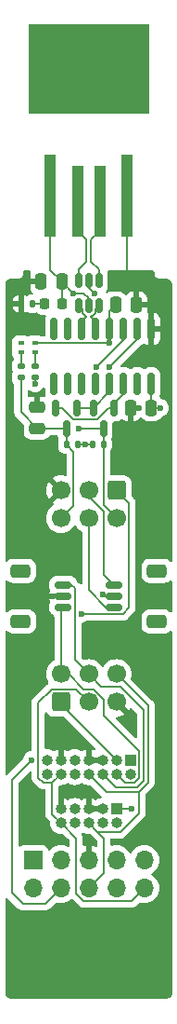
<source format=gtl>
G04 #@! TF.GenerationSoftware,KiCad,Pcbnew,7.0.10*
G04 #@! TF.CreationDate,2024-01-06T05:40:09+01:00*
G04 #@! TF.ProjectId,universal-tc2030,756e6976-6572-4736-916c-2d7463323033,rev?*
G04 #@! TF.SameCoordinates,Original*
G04 #@! TF.FileFunction,Copper,L1,Top*
G04 #@! TF.FilePolarity,Positive*
%FSLAX46Y46*%
G04 Gerber Fmt 4.6, Leading zero omitted, Abs format (unit mm)*
G04 Created by KiCad (PCBNEW 7.0.10) date 2024-01-06 05:40:09*
%MOMM*%
%LPD*%
G01*
G04 APERTURE LIST*
G04 Aperture macros list*
%AMRoundRect*
0 Rectangle with rounded corners*
0 $1 Rounding radius*
0 $2 $3 $4 $5 $6 $7 $8 $9 X,Y pos of 4 corners*
0 Add a 4 corners polygon primitive as box body*
4,1,4,$2,$3,$4,$5,$6,$7,$8,$9,$2,$3,0*
0 Add four circle primitives for the rounded corners*
1,1,$1+$1,$2,$3*
1,1,$1+$1,$4,$5*
1,1,$1+$1,$6,$7*
1,1,$1+$1,$8,$9*
0 Add four rect primitives between the rounded corners*
20,1,$1+$1,$2,$3,$4,$5,0*
20,1,$1+$1,$4,$5,$6,$7,0*
20,1,$1+$1,$6,$7,$8,$9,0*
20,1,$1+$1,$8,$9,$2,$3,0*%
G04 Aperture macros list end*
G04 #@! TA.AperFunction,ComponentPad*
%ADD10R,1.700000X1.700000*%
G04 #@! TD*
G04 #@! TA.AperFunction,ComponentPad*
%ADD11O,1.700000X1.700000*%
G04 #@! TD*
G04 #@! TA.AperFunction,SMDPad,CuDef*
%ADD12RoundRect,0.150000X-0.150000X0.825000X-0.150000X-0.825000X0.150000X-0.825000X0.150000X0.825000X0*%
G04 #@! TD*
G04 #@! TA.AperFunction,SMDPad,CuDef*
%ADD13RoundRect,0.150000X-0.150000X0.587500X-0.150000X-0.587500X0.150000X-0.587500X0.150000X0.587500X0*%
G04 #@! TD*
G04 #@! TA.AperFunction,SMDPad,CuDef*
%ADD14RoundRect,0.135000X-0.135000X-0.185000X0.135000X-0.185000X0.135000X0.185000X-0.135000X0.185000X0*%
G04 #@! TD*
G04 #@! TA.AperFunction,SMDPad,CuDef*
%ADD15RoundRect,0.250000X0.250000X0.475000X-0.250000X0.475000X-0.250000X-0.475000X0.250000X-0.475000X0*%
G04 #@! TD*
G04 #@! TA.AperFunction,ComponentPad*
%ADD16R,1.000000X1.000000*%
G04 #@! TD*
G04 #@! TA.AperFunction,ComponentPad*
%ADD17O,1.000000X1.000000*%
G04 #@! TD*
G04 #@! TA.AperFunction,SMDPad,CuDef*
%ADD18R,0.600000X0.400000*%
G04 #@! TD*
G04 #@! TA.AperFunction,SMDPad,CuDef*
%ADD19RoundRect,0.135000X0.185000X-0.135000X0.185000X0.135000X-0.185000X0.135000X-0.185000X-0.135000X0*%
G04 #@! TD*
G04 #@! TA.AperFunction,SMDPad,CuDef*
%ADD20RoundRect,0.218750X-0.218750X-0.256250X0.218750X-0.256250X0.218750X0.256250X-0.218750X0.256250X0*%
G04 #@! TD*
G04 #@! TA.AperFunction,ComponentPad*
%ADD21RoundRect,0.250000X0.600000X-0.600000X0.600000X0.600000X-0.600000X0.600000X-0.600000X-0.600000X0*%
G04 #@! TD*
G04 #@! TA.AperFunction,ComponentPad*
%ADD22C,1.700000*%
G04 #@! TD*
G04 #@! TA.AperFunction,SMDPad,CuDef*
%ADD23RoundRect,0.150000X-0.625000X0.150000X-0.625000X-0.150000X0.625000X-0.150000X0.625000X0.150000X0*%
G04 #@! TD*
G04 #@! TA.AperFunction,SMDPad,CuDef*
%ADD24RoundRect,0.250000X-0.650000X0.350000X-0.650000X-0.350000X0.650000X-0.350000X0.650000X0.350000X0*%
G04 #@! TD*
G04 #@! TA.AperFunction,SMDPad,CuDef*
%ADD25RoundRect,0.135000X0.135000X0.185000X-0.135000X0.185000X-0.135000X-0.185000X0.135000X-0.185000X0*%
G04 #@! TD*
G04 #@! TA.AperFunction,ConnectorPad*
%ADD26R,1.000000X7.410000*%
G04 #@! TD*
G04 #@! TA.AperFunction,ConnectorPad*
%ADD27R,1.000000X6.410000*%
G04 #@! TD*
G04 #@! TA.AperFunction,ComponentPad*
%ADD28RoundRect,0.250000X-0.600000X0.600000X-0.600000X-0.600000X0.600000X-0.600000X0.600000X0.600000X0*%
G04 #@! TD*
G04 #@! TA.AperFunction,SMDPad,CuDef*
%ADD29RoundRect,0.150000X-0.150000X0.512500X-0.150000X-0.512500X0.150000X-0.512500X0.150000X0.512500X0*%
G04 #@! TD*
G04 #@! TA.AperFunction,SMDPad,CuDef*
%ADD30RoundRect,0.250000X0.475000X-0.250000X0.475000X0.250000X-0.475000X0.250000X-0.475000X-0.250000X0*%
G04 #@! TD*
G04 #@! TA.AperFunction,SMDPad,CuDef*
%ADD31RoundRect,0.250000X-0.250000X-0.475000X0.250000X-0.475000X0.250000X0.475000X-0.250000X0.475000X0*%
G04 #@! TD*
G04 #@! TA.AperFunction,SMDPad,CuDef*
%ADD32RoundRect,0.150000X0.625000X-0.150000X0.625000X0.150000X-0.625000X0.150000X-0.625000X-0.150000X0*%
G04 #@! TD*
G04 #@! TA.AperFunction,SMDPad,CuDef*
%ADD33RoundRect,0.250000X0.650000X-0.350000X0.650000X0.350000X-0.650000X0.350000X-0.650000X-0.350000X0*%
G04 #@! TD*
G04 #@! TA.AperFunction,ViaPad*
%ADD34C,0.600000*%
G04 #@! TD*
G04 #@! TA.AperFunction,Conductor*
%ADD35C,0.200000*%
G04 #@! TD*
G04 APERTURE END LIST*
G04 #@! TA.AperFunction,NonConductor*
G36*
X144500000Y-39350000D02*
G01*
X155500000Y-39350000D01*
X155500000Y-47500000D01*
X144500000Y-47500000D01*
X144500000Y-39350000D01*
G37*
G04 #@! TD.AperFunction*
D10*
X144920000Y-115330000D03*
D11*
X144920000Y-117870000D03*
X147460000Y-115330000D03*
X147460000Y-117870000D03*
X150000000Y-115330000D03*
X150000000Y-117870000D03*
X152540000Y-115330000D03*
X152540000Y-117870000D03*
X155080000Y-115330000D03*
X155080000Y-117870000D03*
D12*
X155715000Y-67075000D03*
X154445000Y-67075000D03*
X153175000Y-67075000D03*
X151905000Y-67075000D03*
X150635000Y-67075000D03*
X149365000Y-67075000D03*
X148095000Y-67075000D03*
X146825000Y-67075000D03*
X146825000Y-72025000D03*
X148095000Y-72025000D03*
X149365000Y-72025000D03*
X150635000Y-72025000D03*
X151905000Y-72025000D03*
X153175000Y-72025000D03*
X154445000Y-72025000D03*
X155715000Y-72025000D03*
D13*
X152315000Y-74232500D03*
X150415000Y-74232500D03*
X151365000Y-76107500D03*
D14*
X150345000Y-77560000D03*
X151365000Y-77560000D03*
D15*
X155715000Y-74230000D03*
X153815000Y-74230000D03*
D13*
X148915000Y-74232500D03*
X147015000Y-74232500D03*
X147965000Y-76107500D03*
D16*
X153810000Y-106230000D03*
D17*
X153810000Y-107500000D03*
X152540000Y-106230000D03*
X152540000Y-107500000D03*
X151270000Y-106230000D03*
X151270000Y-107500000D03*
X150000000Y-106230000D03*
X150000000Y-107500000D03*
X148730000Y-106230000D03*
X148730000Y-107500000D03*
X147460000Y-106230000D03*
X147460000Y-107500000D03*
X146190000Y-106230000D03*
X146190000Y-107500000D03*
D18*
X143800000Y-68350000D03*
X145100000Y-68350000D03*
X145100000Y-69150000D03*
X143800000Y-69150000D03*
D19*
X145100000Y-71440000D03*
X145100000Y-70420000D03*
D20*
X145975000Y-64780000D03*
X147550000Y-64780000D03*
D21*
X147460000Y-100950000D03*
D22*
X147460000Y-98410000D03*
X150000000Y-100950000D03*
X150000000Y-98410000D03*
X152540000Y-100950000D03*
X152540000Y-98410000D03*
D23*
X147655000Y-90330000D03*
X147655000Y-91330000D03*
X147655000Y-92330000D03*
D24*
X143780000Y-89030000D03*
X143780000Y-93630000D03*
D25*
X148985000Y-77560000D03*
X147965000Y-77560000D03*
D16*
X152540000Y-110680000D03*
D17*
X152540000Y-111950000D03*
X151270000Y-110680000D03*
X151270000Y-111950000D03*
X150000000Y-110680000D03*
X150000000Y-111950000D03*
X148730000Y-110680000D03*
X148730000Y-111950000D03*
X147460000Y-110680000D03*
X147460000Y-111950000D03*
D26*
X146500000Y-54945000D03*
D27*
X149000000Y-55445000D03*
X151000000Y-55445000D03*
D26*
X153500000Y-54945000D03*
D25*
X144862500Y-64780000D03*
X143842500Y-64780000D03*
D19*
X143800000Y-71440000D03*
X143800000Y-70420000D03*
D28*
X152540000Y-81710000D03*
D22*
X152540000Y-84250000D03*
X150000000Y-81710000D03*
X150000000Y-84250000D03*
X147460000Y-81710000D03*
X147460000Y-84250000D03*
D29*
X150950000Y-62662500D03*
X150000000Y-62662500D03*
X149050000Y-62662500D03*
X149050000Y-64937500D03*
X150000000Y-64937500D03*
X150950000Y-64937500D03*
D30*
X145285000Y-76107500D03*
X145285000Y-74207500D03*
D31*
X152450000Y-64870000D03*
X154350000Y-64870000D03*
D32*
X152345000Y-92330000D03*
X152345000Y-91330000D03*
X152345000Y-90330000D03*
D33*
X156220000Y-93630000D03*
X156220000Y-89030000D03*
D15*
X147550000Y-62730000D03*
X145650000Y-62730000D03*
D34*
X150500000Y-44425000D03*
X149500000Y-40425000D03*
X150500000Y-46425000D03*
X145500000Y-41425000D03*
X152500000Y-40425000D03*
X149500000Y-44425000D03*
X153500000Y-42425000D03*
X153500000Y-46425000D03*
X153500000Y-44425000D03*
X147500000Y-44425000D03*
X150500000Y-41425000D03*
X153500000Y-43425000D03*
X148500000Y-46425000D03*
X151500000Y-45425000D03*
X152500000Y-46425000D03*
X154500000Y-42425000D03*
X153500000Y-40425000D03*
X149500000Y-43425000D03*
X146500000Y-44425000D03*
X153500000Y-45425000D03*
X154500000Y-41425000D03*
X150500000Y-45425000D03*
X148500000Y-40425000D03*
X149500000Y-46425000D03*
X149500000Y-42425000D03*
X154500000Y-44425000D03*
X147500000Y-45425000D03*
X145500000Y-46425000D03*
X154500000Y-45425000D03*
X148500000Y-42425000D03*
X154500000Y-43425000D03*
X147500000Y-40425000D03*
X145500000Y-43425000D03*
X152500000Y-43425000D03*
X146500000Y-42425000D03*
X152500000Y-41425000D03*
X146500000Y-41425000D03*
X146500000Y-46425000D03*
X152500000Y-42425000D03*
X154500000Y-46425000D03*
X145500000Y-44425000D03*
X146500000Y-43425000D03*
X148500000Y-43425000D03*
X145500000Y-40425000D03*
X149500000Y-45425000D03*
X151500000Y-41425000D03*
X151500000Y-42425000D03*
X148500000Y-41425000D03*
X146500000Y-45425000D03*
X147500000Y-43425000D03*
X152500000Y-44425000D03*
X154500000Y-40425000D03*
X148500000Y-44425000D03*
X151500000Y-44425000D03*
X147500000Y-41425000D03*
X153500000Y-41425000D03*
X148500000Y-45425000D03*
X147500000Y-46425000D03*
X150500000Y-43425000D03*
X147500000Y-42425000D03*
X151500000Y-40425000D03*
X149500000Y-41425000D03*
X146500000Y-40425000D03*
X150500000Y-40425000D03*
X151500000Y-43425000D03*
X145500000Y-42425000D03*
X152500000Y-45425000D03*
X145500000Y-45425000D03*
X150500000Y-42425000D03*
X151500000Y-46425000D03*
X156515000Y-74230000D03*
X148620000Y-63800000D03*
X151294265Y-91205735D03*
X150635000Y-109400000D03*
X153500000Y-62050000D03*
X144400000Y-108000000D03*
X144850000Y-62730000D03*
X150500000Y-63800000D03*
X148000000Y-113600000D03*
X149700000Y-113500000D03*
X153500000Y-51540000D03*
X145285000Y-73407500D03*
X146200000Y-111900000D03*
X154615000Y-74230000D03*
X149665000Y-77560000D03*
X151905000Y-68350000D03*
X149365000Y-92930000D03*
X153940000Y-110680000D03*
X150660000Y-70550000D03*
X145100000Y-72010000D03*
X149065000Y-76107500D03*
X151860000Y-70550000D03*
X144790000Y-106230000D03*
D35*
X145285000Y-76107500D02*
X147965000Y-76107500D01*
X143800000Y-71440000D02*
X143800000Y-74622500D01*
X143800000Y-74622500D02*
X145285000Y-76107500D01*
X150000000Y-64275001D02*
X149524999Y-63800000D01*
X149524999Y-63800000D02*
X148620000Y-63800000D01*
X155715000Y-74230000D02*
X155715000Y-72025000D01*
X147550000Y-62730000D02*
X147550000Y-64780000D01*
X147550000Y-62730000D02*
X148620000Y-63800000D01*
X150000000Y-64937500D02*
X150000000Y-64275001D01*
X146500000Y-54945000D02*
X146500000Y-61680000D01*
X146500000Y-61680000D02*
X147550000Y-62730000D01*
X156515000Y-74230000D02*
X155715000Y-74230000D01*
X151418530Y-91330000D02*
X151294265Y-91205735D01*
X145285000Y-74207500D02*
X145285000Y-73407500D01*
X154615000Y-74230000D02*
X153815000Y-74230000D01*
X150000000Y-62662500D02*
X150000000Y-63300000D01*
X150000000Y-63300000D02*
X150500000Y-63800000D01*
X153500000Y-54945000D02*
X153500000Y-62050000D01*
X144850000Y-62730000D02*
X145650000Y-62730000D01*
X152345000Y-91330000D02*
X151418530Y-91330000D01*
X151905000Y-68350000D02*
X151905000Y-67075000D01*
X149665000Y-77560000D02*
X150345000Y-77560000D01*
X145100000Y-68350000D02*
X151905000Y-68350000D01*
X151905000Y-65415000D02*
X152450000Y-64870000D01*
X148985000Y-77560000D02*
X149665000Y-77560000D01*
X151905000Y-67075000D02*
X151905000Y-65415000D01*
X148610000Y-78205000D02*
X148610000Y-83100000D01*
X147965000Y-76107500D02*
X147965000Y-77560000D01*
X148610000Y-83100000D02*
X147460000Y-84250000D01*
X147965000Y-77560000D02*
X148610000Y-78205000D01*
X149775000Y-58925000D02*
X149775000Y-60943749D01*
X149000000Y-55445000D02*
X149000000Y-58150000D01*
X149775000Y-65900000D02*
X149775000Y-65990000D01*
X149050000Y-61668749D02*
X149050000Y-62662500D01*
X149775000Y-65990000D02*
X149365000Y-66400000D01*
X149400000Y-65640552D02*
X149659448Y-65900000D01*
X149400000Y-65287500D02*
X149400000Y-65640552D01*
X149659448Y-65900000D02*
X149775000Y-65900000D01*
X149365000Y-66400000D02*
X149365000Y-67075000D01*
X149050000Y-64937500D02*
X149400000Y-65287500D01*
X149775000Y-60943749D02*
X149050000Y-61668749D01*
X149000000Y-58150000D02*
X149775000Y-58925000D01*
X150225000Y-65990000D02*
X150635000Y-66400000D01*
X150950000Y-64937500D02*
X150600000Y-65287500D01*
X150225000Y-65900000D02*
X150225000Y-65990000D01*
X150600000Y-65287500D02*
X150600000Y-65640552D01*
X150950000Y-61668749D02*
X150950000Y-62662500D01*
X151000000Y-55445000D02*
X151000000Y-58150000D01*
X150600000Y-65640552D02*
X150340552Y-65900000D01*
X150340552Y-65900000D02*
X150225000Y-65900000D01*
X150635000Y-66400000D02*
X150635000Y-67075000D01*
X151000000Y-58150000D02*
X150225000Y-58925000D01*
X150225000Y-60943749D02*
X150950000Y-61668749D01*
X150225000Y-58925000D02*
X150225000Y-60943749D01*
X153160552Y-92930000D02*
X153690000Y-92400552D01*
X152540000Y-110680000D02*
X153940000Y-110680000D01*
X149365000Y-92930000D02*
X153160552Y-92930000D01*
X153690000Y-82860000D02*
X152540000Y-81710000D01*
X147460000Y-100950000D02*
X147460000Y-101150000D01*
X153690000Y-92400552D02*
X153690000Y-82860000D01*
X147460000Y-101150000D02*
X152540000Y-106230000D01*
X147460000Y-111950000D02*
X146660000Y-111150000D01*
X147460000Y-111950000D02*
X148850000Y-113340000D01*
X146660000Y-108300000D02*
X147460000Y-107500000D01*
X146600000Y-99800000D02*
X145390000Y-101010000D01*
X146660000Y-111150000D02*
X146660000Y-108300000D01*
X145390000Y-101010000D02*
X145390000Y-107831371D01*
X148850000Y-113340000D02*
X148850000Y-118346346D01*
X148850000Y-99800000D02*
X146600000Y-99800000D01*
X149523654Y-119020000D02*
X153930000Y-119020000D01*
X145858629Y-108300000D02*
X146660000Y-108300000D01*
X148850000Y-118346346D02*
X149523654Y-119020000D01*
X150000000Y-100950000D02*
X148850000Y-99800000D01*
X153930000Y-119020000D02*
X155080000Y-117870000D01*
X145390000Y-107831371D02*
X145858629Y-108300000D01*
X148133654Y-98410000D02*
X149523654Y-99800000D01*
X150476346Y-99800000D02*
X151390000Y-100713654D01*
X153340000Y-108300000D02*
X152540000Y-107500000D01*
X154141371Y-108300000D02*
X153340000Y-108300000D01*
X147460000Y-98410000D02*
X148133654Y-98410000D01*
X154610000Y-105430000D02*
X154610000Y-107831371D01*
X149523654Y-99800000D02*
X150476346Y-99800000D01*
X147460000Y-92525000D02*
X147655000Y-92330000D01*
X147460000Y-98410000D02*
X147460000Y-92525000D01*
X154610000Y-107831371D02*
X154141371Y-108300000D01*
X151390000Y-100713654D02*
X151390000Y-102210000D01*
X151390000Y-102210000D02*
X154610000Y-105430000D01*
X151150000Y-99560000D02*
X152860000Y-99560000D01*
X152470000Y-108700000D02*
X151270000Y-107500000D01*
X148429999Y-90330000D02*
X148730000Y-90630001D01*
X155010000Y-108090000D02*
X154400000Y-108700000D01*
X148730000Y-90630001D02*
X148730000Y-97140000D01*
X155010000Y-101710000D02*
X155010000Y-108090000D01*
X148730000Y-97140000D02*
X150000000Y-98410000D01*
X152860000Y-99560000D02*
X155010000Y-101710000D01*
X147655000Y-90330000D02*
X148429999Y-90330000D01*
X154400000Y-108700000D02*
X152470000Y-108700000D01*
X150000000Y-98410000D02*
X151150000Y-99560000D01*
X150000000Y-111950000D02*
X150800000Y-112750000D01*
X152871371Y-112750000D02*
X154565686Y-111055685D01*
X152540000Y-98410000D02*
X155410000Y-101280000D01*
X151600000Y-109100000D02*
X150000000Y-107500000D01*
X155410000Y-101280000D02*
X155410000Y-108255686D01*
X150800000Y-112750000D02*
X152871371Y-112750000D01*
X155410000Y-108255686D02*
X154565686Y-109100000D01*
X154565686Y-111055685D02*
X154565686Y-109100000D01*
X151390000Y-113340000D02*
X150800000Y-112750000D01*
X150000000Y-117870000D02*
X151390000Y-116480000D01*
X151390000Y-116480000D02*
X151390000Y-113340000D01*
X154565686Y-109100000D02*
X151600000Y-109100000D01*
X151390000Y-89375000D02*
X152345000Y-90330000D01*
X150000000Y-82275685D02*
X151390000Y-83665685D01*
X153175000Y-68035000D02*
X153175000Y-67075000D01*
X150000000Y-81710000D02*
X150000000Y-82275685D01*
X150660000Y-70550000D02*
X153175000Y-68035000D01*
X151390000Y-83665685D02*
X151390000Y-89375000D01*
X151365000Y-77560000D02*
X151365000Y-83075000D01*
X151365000Y-83075000D02*
X152540000Y-84250000D01*
X145100000Y-71440000D02*
X145100000Y-72010000D01*
X151365000Y-76107500D02*
X151365000Y-77560000D01*
X149065000Y-76107500D02*
X151365000Y-76107500D01*
X144790000Y-106230000D02*
X142980000Y-108040000D01*
X142980000Y-118320000D02*
X143980000Y-119320000D01*
X143980000Y-119320000D02*
X146010000Y-119320000D01*
X146010000Y-119320000D02*
X147460000Y-117870000D01*
X154445000Y-67075000D02*
X154445000Y-67965000D01*
X154445000Y-67965000D02*
X151860000Y-70550000D01*
X150000000Y-90759999D02*
X151570001Y-92330000D01*
X142980000Y-108040000D02*
X142980000Y-118320000D01*
X151570001Y-92330000D02*
X152345000Y-92330000D01*
X150000000Y-84250000D02*
X150000000Y-90759999D01*
X144862500Y-64780000D02*
X145975000Y-64780000D01*
X145100000Y-69150000D02*
X145100000Y-70420000D01*
X143800000Y-69150000D02*
X143800000Y-70420000D01*
X151905000Y-72742500D02*
X150415000Y-74232500D01*
X151905000Y-72025000D02*
X151905000Y-72742500D01*
X148915000Y-74232500D02*
X150415000Y-74232500D01*
X147015000Y-74232500D02*
X147536948Y-74232500D01*
X148574448Y-75270000D02*
X150755552Y-75270000D01*
X150755552Y-75270000D02*
X151793052Y-74232500D01*
X151793052Y-74232500D02*
X152315000Y-74232500D01*
X153175000Y-72999999D02*
X152315000Y-73859999D01*
X147536948Y-74232500D02*
X148574448Y-75270000D01*
X153175000Y-72025000D02*
X153175000Y-72999999D01*
X152315000Y-73859999D02*
X152315000Y-74232500D01*
G04 #@! TA.AperFunction,Conductor*
G36*
X155942539Y-61769685D02*
G01*
X155988294Y-61822489D01*
X155999500Y-61874000D01*
X155999500Y-62056399D01*
X156024596Y-62166350D01*
X156073532Y-62267966D01*
X156073533Y-62267969D01*
X156108196Y-62311433D01*
X156143854Y-62356146D01*
X156180710Y-62385538D01*
X156232030Y-62426466D01*
X156232033Y-62426467D01*
X156333649Y-62475403D01*
X156443600Y-62500499D01*
X156443605Y-62500499D01*
X156443607Y-62500500D01*
X156499901Y-62500500D01*
X157113040Y-62500500D01*
X157126921Y-62501279D01*
X157145214Y-62503341D01*
X157147467Y-62503616D01*
X157225831Y-62513932D01*
X157250597Y-62519829D01*
X157283094Y-62531200D01*
X157289575Y-62533674D01*
X157342195Y-62555469D01*
X157360695Y-62565027D01*
X157382511Y-62578735D01*
X157393053Y-62585359D01*
X157402567Y-62591977D01*
X157444980Y-62624522D01*
X157457174Y-62635216D01*
X157484782Y-62662824D01*
X157495476Y-62675018D01*
X157528021Y-62717431D01*
X157534639Y-62726945D01*
X157554967Y-62759296D01*
X157564536Y-62777818D01*
X157586318Y-62830407D01*
X157588798Y-62836904D01*
X157600169Y-62869401D01*
X157606066Y-62894169D01*
X157616377Y-62972484D01*
X157616658Y-62974783D01*
X157618720Y-62993079D01*
X157619500Y-63006966D01*
X157619500Y-88068770D01*
X157599815Y-88135809D01*
X157547011Y-88181564D01*
X157477853Y-88191508D01*
X157414297Y-88162483D01*
X157407819Y-88156451D01*
X157338657Y-88087289D01*
X157338656Y-88087288D01*
X157189334Y-87995186D01*
X157022797Y-87940001D01*
X157022795Y-87940000D01*
X156920010Y-87929500D01*
X155519998Y-87929500D01*
X155519981Y-87929501D01*
X155417203Y-87940000D01*
X155417200Y-87940001D01*
X155250668Y-87995185D01*
X155250663Y-87995187D01*
X155101342Y-88087289D01*
X154977289Y-88211342D01*
X154885187Y-88360663D01*
X154885186Y-88360666D01*
X154830001Y-88527203D01*
X154830001Y-88527204D01*
X154830000Y-88527204D01*
X154819500Y-88629983D01*
X154819500Y-89430001D01*
X154819501Y-89430019D01*
X154830000Y-89532796D01*
X154830001Y-89532799D01*
X154872666Y-89661551D01*
X154885186Y-89699334D01*
X154977288Y-89848656D01*
X155101344Y-89972712D01*
X155250666Y-90064814D01*
X155417203Y-90119999D01*
X155519991Y-90130500D01*
X156920008Y-90130499D01*
X157022797Y-90119999D01*
X157189334Y-90064814D01*
X157338656Y-89972712D01*
X157407819Y-89903549D01*
X157469142Y-89870064D01*
X157538834Y-89875048D01*
X157594767Y-89916920D01*
X157619184Y-89982384D01*
X157619500Y-89991230D01*
X157619500Y-92668770D01*
X157599815Y-92735809D01*
X157547011Y-92781564D01*
X157477853Y-92791508D01*
X157414297Y-92762483D01*
X157407819Y-92756451D01*
X157338657Y-92687289D01*
X157338656Y-92687288D01*
X157189334Y-92595186D01*
X157022797Y-92540001D01*
X157022795Y-92540000D01*
X156920010Y-92529500D01*
X155519998Y-92529500D01*
X155519981Y-92529501D01*
X155417203Y-92540000D01*
X155417200Y-92540001D01*
X155250668Y-92595185D01*
X155250663Y-92595187D01*
X155101342Y-92687289D01*
X154977289Y-92811342D01*
X154885187Y-92960663D01*
X154885185Y-92960668D01*
X154857349Y-93044670D01*
X154830001Y-93127203D01*
X154830001Y-93127204D01*
X154830000Y-93127204D01*
X154819500Y-93229983D01*
X154819500Y-94030001D01*
X154819501Y-94030019D01*
X154830000Y-94132796D01*
X154830001Y-94132799D01*
X154885185Y-94299331D01*
X154885186Y-94299334D01*
X154977288Y-94448656D01*
X155101344Y-94572712D01*
X155250666Y-94664814D01*
X155417203Y-94719999D01*
X155519991Y-94730500D01*
X156920008Y-94730499D01*
X157022797Y-94719999D01*
X157189334Y-94664814D01*
X157338656Y-94572712D01*
X157407819Y-94503549D01*
X157469142Y-94470064D01*
X157538834Y-94475048D01*
X157594767Y-94516920D01*
X157619184Y-94582384D01*
X157619500Y-94591230D01*
X157619500Y-127393033D01*
X157618720Y-127406921D01*
X157616658Y-127425216D01*
X157616377Y-127427514D01*
X157606066Y-127505829D01*
X157600169Y-127530597D01*
X157588798Y-127563094D01*
X157586318Y-127569591D01*
X157564536Y-127622180D01*
X157554967Y-127640702D01*
X157534639Y-127673053D01*
X157528021Y-127682567D01*
X157495476Y-127724980D01*
X157484782Y-127737174D01*
X157457174Y-127764782D01*
X157444980Y-127775476D01*
X157402567Y-127808021D01*
X157393053Y-127814639D01*
X157360702Y-127834967D01*
X157342180Y-127844536D01*
X157289591Y-127866318D01*
X157283094Y-127868798D01*
X157250597Y-127880169D01*
X157225829Y-127886066D01*
X157147514Y-127896377D01*
X157145217Y-127896658D01*
X157128731Y-127898516D01*
X157126921Y-127898720D01*
X157113034Y-127899500D01*
X142886966Y-127899500D01*
X142873079Y-127898720D01*
X142854783Y-127896658D01*
X142852484Y-127896377D01*
X142774169Y-127886066D01*
X142749401Y-127880169D01*
X142716904Y-127868798D01*
X142710407Y-127866318D01*
X142677958Y-127852878D01*
X142657813Y-127844533D01*
X142639296Y-127834967D01*
X142606945Y-127814639D01*
X142597431Y-127808021D01*
X142555018Y-127775476D01*
X142542824Y-127764782D01*
X142515216Y-127737174D01*
X142504522Y-127724980D01*
X142471977Y-127682567D01*
X142465359Y-127673053D01*
X142462163Y-127667967D01*
X142445027Y-127640695D01*
X142435469Y-127622195D01*
X142413674Y-127569575D01*
X142411200Y-127563094D01*
X142399829Y-127530597D01*
X142393932Y-127505831D01*
X142383616Y-127427467D01*
X142383338Y-127425189D01*
X142381280Y-127406923D01*
X142380500Y-127393040D01*
X142380500Y-118869097D01*
X142400185Y-118802058D01*
X142452989Y-118756303D01*
X142522147Y-118746359D01*
X142585703Y-118775384D01*
X142592181Y-118781416D01*
X143521799Y-119711034D01*
X143532493Y-119723228D01*
X143551715Y-119748279D01*
X143551716Y-119748280D01*
X143551718Y-119748282D01*
X143677159Y-119844536D01*
X143823236Y-119905043D01*
X143823238Y-119905044D01*
X143979999Y-119925683D01*
X143980000Y-119925683D01*
X143980001Y-119925683D01*
X144011308Y-119921561D01*
X144027494Y-119920500D01*
X145962513Y-119920500D01*
X145978697Y-119921560D01*
X146010000Y-119925682D01*
X146010001Y-119925682D01*
X146062254Y-119918802D01*
X146166762Y-119905044D01*
X146312841Y-119844536D01*
X146438282Y-119748282D01*
X146457509Y-119723223D01*
X146468190Y-119711043D01*
X146976470Y-119202763D01*
X147037791Y-119169280D01*
X147096238Y-119170670D01*
X147224592Y-119205063D01*
X147412918Y-119221539D01*
X147459999Y-119225659D01*
X147460000Y-119225659D01*
X147460001Y-119225659D01*
X147499234Y-119222226D01*
X147695408Y-119205063D01*
X147923663Y-119143903D01*
X148137830Y-119044035D01*
X148331401Y-118908495D01*
X148359477Y-118880417D01*
X148420797Y-118846934D01*
X148490489Y-118851918D01*
X148534838Y-118880419D01*
X149065453Y-119411034D01*
X149076147Y-119423228D01*
X149095369Y-119448279D01*
X149095370Y-119448280D01*
X149095372Y-119448282D01*
X149132488Y-119476762D01*
X149220811Y-119544535D01*
X149220812Y-119544535D01*
X149220813Y-119544536D01*
X149366892Y-119605044D01*
X149445273Y-119615363D01*
X149523653Y-119625682D01*
X149523654Y-119625682D01*
X149554956Y-119621560D01*
X149571141Y-119620500D01*
X153882513Y-119620500D01*
X153898697Y-119621560D01*
X153930000Y-119625682D01*
X153930001Y-119625682D01*
X153982254Y-119618802D01*
X154086762Y-119605044D01*
X154232841Y-119544536D01*
X154321166Y-119476762D01*
X154358282Y-119448282D01*
X154377509Y-119423223D01*
X154388190Y-119411043D01*
X154596470Y-119202763D01*
X154657791Y-119169280D01*
X154716238Y-119170670D01*
X154844592Y-119205063D01*
X155032918Y-119221539D01*
X155079999Y-119225659D01*
X155080000Y-119225659D01*
X155080001Y-119225659D01*
X155119234Y-119222226D01*
X155315408Y-119205063D01*
X155543663Y-119143903D01*
X155757830Y-119044035D01*
X155951401Y-118908495D01*
X156118495Y-118741401D01*
X156254035Y-118547830D01*
X156353903Y-118333663D01*
X156415063Y-118105408D01*
X156435659Y-117870000D01*
X156415063Y-117634592D01*
X156353903Y-117406337D01*
X156254035Y-117192171D01*
X156248425Y-117184158D01*
X156118494Y-116998597D01*
X155951402Y-116831506D01*
X155951396Y-116831501D01*
X155765842Y-116701575D01*
X155722217Y-116646998D01*
X155715023Y-116577500D01*
X155746546Y-116515145D01*
X155765842Y-116498425D01*
X155869501Y-116425842D01*
X155951401Y-116368495D01*
X156118495Y-116201401D01*
X156254035Y-116007830D01*
X156353903Y-115793663D01*
X156415063Y-115565408D01*
X156435659Y-115330000D01*
X156415063Y-115094592D01*
X156353903Y-114866337D01*
X156254035Y-114652171D01*
X156248425Y-114644158D01*
X156118494Y-114458597D01*
X155951402Y-114291506D01*
X155951395Y-114291501D01*
X155757834Y-114155967D01*
X155757830Y-114155965D01*
X155695161Y-114126742D01*
X155543663Y-114056097D01*
X155543659Y-114056096D01*
X155543655Y-114056094D01*
X155315413Y-113994938D01*
X155315403Y-113994936D01*
X155080001Y-113974341D01*
X155079999Y-113974341D01*
X154844596Y-113994936D01*
X154844586Y-113994938D01*
X154616344Y-114056094D01*
X154616335Y-114056098D01*
X154402171Y-114155964D01*
X154402169Y-114155965D01*
X154208597Y-114291505D01*
X154041505Y-114458597D01*
X153911575Y-114644158D01*
X153856998Y-114687783D01*
X153787500Y-114694977D01*
X153725145Y-114663454D01*
X153708425Y-114644158D01*
X153578494Y-114458597D01*
X153411402Y-114291506D01*
X153411395Y-114291501D01*
X153217834Y-114155967D01*
X153217830Y-114155965D01*
X153155161Y-114126742D01*
X153003663Y-114056097D01*
X153003659Y-114056096D01*
X153003655Y-114056094D01*
X152775413Y-113994938D01*
X152775403Y-113994936D01*
X152540001Y-113974341D01*
X152539999Y-113974341D01*
X152304596Y-113994936D01*
X152304583Y-113994939D01*
X152146592Y-114037271D01*
X152076742Y-114035608D01*
X152018880Y-113996445D01*
X151991377Y-113932216D01*
X151990500Y-113917496D01*
X151990500Y-113474500D01*
X152010185Y-113407461D01*
X152062989Y-113361706D01*
X152114500Y-113350500D01*
X152823884Y-113350500D01*
X152840068Y-113351560D01*
X152871371Y-113355682D01*
X152871372Y-113355682D01*
X152923625Y-113348802D01*
X153028133Y-113335044D01*
X153174212Y-113274536D01*
X153299653Y-113178282D01*
X153318880Y-113153223D01*
X153329561Y-113141043D01*
X154956729Y-111513875D01*
X154968909Y-111503194D01*
X154993968Y-111483967D01*
X155090222Y-111358526D01*
X155150730Y-111212447D01*
X155163679Y-111114090D01*
X155171368Y-111055685D01*
X155167247Y-111024381D01*
X155166186Y-111008196D01*
X155166186Y-109400096D01*
X155185871Y-109333057D01*
X155202501Y-109312419D01*
X155801044Y-108713875D01*
X155813222Y-108703196D01*
X155838282Y-108683968D01*
X155934536Y-108558527D01*
X155995044Y-108412448D01*
X156010500Y-108295047D01*
X156015682Y-108255686D01*
X156011561Y-108224383D01*
X156010500Y-108208198D01*
X156010500Y-101327487D01*
X156011561Y-101311301D01*
X156015682Y-101279999D01*
X156015682Y-101279998D01*
X155995044Y-101123239D01*
X155995042Y-101123234D01*
X155934538Y-100977163D01*
X155934536Y-100977159D01*
X155913697Y-100950001D01*
X155913695Y-100949999D01*
X155846416Y-100862318D01*
X155838282Y-100851718D01*
X155838281Y-100851717D01*
X155813228Y-100832493D01*
X155801034Y-100821799D01*
X153872766Y-98893531D01*
X153839281Y-98832208D01*
X153840672Y-98773757D01*
X153841863Y-98769309D01*
X153875063Y-98645408D01*
X153895659Y-98410000D01*
X153875063Y-98174592D01*
X153813903Y-97946337D01*
X153714035Y-97732171D01*
X153708425Y-97724158D01*
X153578494Y-97538597D01*
X153411402Y-97371506D01*
X153411395Y-97371501D01*
X153217834Y-97235967D01*
X153217830Y-97235965D01*
X153114855Y-97187947D01*
X153003663Y-97136097D01*
X153003659Y-97136096D01*
X153003655Y-97136094D01*
X152775413Y-97074938D01*
X152775403Y-97074936D01*
X152540001Y-97054341D01*
X152539999Y-97054341D01*
X152304596Y-97074936D01*
X152304586Y-97074938D01*
X152076344Y-97136094D01*
X152076335Y-97136098D01*
X151862171Y-97235964D01*
X151862169Y-97235965D01*
X151668597Y-97371505D01*
X151501505Y-97538597D01*
X151371575Y-97724158D01*
X151316998Y-97767783D01*
X151247500Y-97774977D01*
X151185145Y-97743454D01*
X151168425Y-97724158D01*
X151038494Y-97538597D01*
X150871402Y-97371506D01*
X150871395Y-97371501D01*
X150677834Y-97235967D01*
X150677830Y-97235965D01*
X150574855Y-97187947D01*
X150463663Y-97136097D01*
X150463659Y-97136096D01*
X150463655Y-97136094D01*
X150235413Y-97074938D01*
X150235403Y-97074936D01*
X150000001Y-97054341D01*
X149999999Y-97054341D01*
X149764596Y-97074936D01*
X149764583Y-97074939D01*
X149636241Y-97109327D01*
X149566392Y-97107664D01*
X149516468Y-97077233D01*
X149366819Y-96927584D01*
X149333334Y-96866261D01*
X149330500Y-96839903D01*
X149330500Y-93850265D01*
X149350185Y-93783226D01*
X149402989Y-93737471D01*
X149440616Y-93727045D01*
X149458252Y-93725058D01*
X149544250Y-93715369D01*
X149544253Y-93715368D01*
X149544255Y-93715368D01*
X149714522Y-93655789D01*
X149867262Y-93559816D01*
X149867267Y-93559810D01*
X149870097Y-93557555D01*
X149872275Y-93556665D01*
X149873158Y-93556111D01*
X149873255Y-93556265D01*
X149934783Y-93531145D01*
X149947412Y-93530500D01*
X153113065Y-93530500D01*
X153129249Y-93531560D01*
X153160552Y-93535682D01*
X153160553Y-93535682D01*
X153212806Y-93528802D01*
X153317314Y-93515044D01*
X153463388Y-93454538D01*
X153463389Y-93454538D01*
X153463389Y-93454537D01*
X153463393Y-93454536D01*
X153492421Y-93432262D01*
X153588834Y-93358282D01*
X153608061Y-93333223D01*
X153618742Y-93321043D01*
X154081043Y-92858742D01*
X154093223Y-92848061D01*
X154118282Y-92828834D01*
X154214536Y-92703393D01*
X154275044Y-92557314D01*
X154277880Y-92535771D01*
X154279298Y-92525001D01*
X154279298Y-92525000D01*
X154295683Y-92400552D01*
X154295683Y-92400550D01*
X154291561Y-92369241D01*
X154290500Y-92353056D01*
X154290500Y-82907487D01*
X154291561Y-82891301D01*
X154295682Y-82860000D01*
X154295682Y-82859998D01*
X154275044Y-82703239D01*
X154275044Y-82703238D01*
X154214536Y-82557159D01*
X154214535Y-82557158D01*
X154214535Y-82557157D01*
X154197847Y-82535409D01*
X154118282Y-82431718D01*
X154118280Y-82431716D01*
X154118279Y-82431715D01*
X154093228Y-82412493D01*
X154081034Y-82401799D01*
X153926818Y-82247583D01*
X153893333Y-82186260D01*
X153890499Y-82159902D01*
X153890499Y-81059998D01*
X153890498Y-81059981D01*
X153879999Y-80957203D01*
X153879998Y-80957200D01*
X153824814Y-80790666D01*
X153732712Y-80641344D01*
X153608656Y-80517288D01*
X153477784Y-80436566D01*
X153459336Y-80425187D01*
X153459331Y-80425185D01*
X153415944Y-80410808D01*
X153292797Y-80370001D01*
X153292795Y-80370000D01*
X153190016Y-80359500D01*
X153190009Y-80359500D01*
X152089500Y-80359500D01*
X152022461Y-80339815D01*
X151976706Y-80287011D01*
X151965500Y-80235500D01*
X151965500Y-78229595D01*
X151985185Y-78162556D01*
X152001818Y-78141914D01*
X152006135Y-78137598D01*
X152087869Y-77999393D01*
X152132665Y-77845204D01*
X152135500Y-77809181D01*
X152135499Y-77310820D01*
X152132665Y-77274796D01*
X152087869Y-77120607D01*
X152087866Y-77120602D01*
X152084772Y-77113451D01*
X152087426Y-77112302D01*
X152073600Y-77057820D01*
X152090782Y-76999296D01*
X152116744Y-76955398D01*
X152162598Y-76797569D01*
X152165500Y-76760694D01*
X152165500Y-75594500D01*
X152185185Y-75527461D01*
X152237989Y-75481706D01*
X152289500Y-75470500D01*
X152530686Y-75470500D01*
X152530694Y-75470500D01*
X152567569Y-75467598D01*
X152567571Y-75467597D01*
X152567573Y-75467597D01*
X152610938Y-75454998D01*
X152725398Y-75421744D01*
X152866865Y-75338081D01*
X152914463Y-75290482D01*
X152975782Y-75256999D01*
X153045473Y-75261982D01*
X153089823Y-75290484D01*
X153096654Y-75297315D01*
X153245875Y-75389356D01*
X153245880Y-75389358D01*
X153412302Y-75444505D01*
X153412309Y-75444506D01*
X153515019Y-75454999D01*
X153564999Y-75454998D01*
X153565000Y-75454998D01*
X153565000Y-74104000D01*
X153584685Y-74036961D01*
X153637489Y-73991206D01*
X153689000Y-73980000D01*
X153941000Y-73980000D01*
X154008039Y-73999685D01*
X154053794Y-74052489D01*
X154065000Y-74104000D01*
X154065000Y-75454999D01*
X154114972Y-75454999D01*
X154114986Y-75454998D01*
X154217697Y-75444505D01*
X154384119Y-75389358D01*
X154384124Y-75389356D01*
X154533345Y-75297315D01*
X154657318Y-75173342D01*
X154659165Y-75170348D01*
X154660969Y-75168724D01*
X154661798Y-75167677D01*
X154661976Y-75167818D01*
X154711110Y-75123621D01*
X154780073Y-75112396D01*
X154844156Y-75140236D01*
X154870243Y-75170341D01*
X154872288Y-75173656D01*
X154996344Y-75297712D01*
X155145666Y-75389814D01*
X155312203Y-75444999D01*
X155414991Y-75455500D01*
X156015008Y-75455499D01*
X156015016Y-75455498D01*
X156015019Y-75455498D01*
X156071302Y-75449748D01*
X156117797Y-75444999D01*
X156284334Y-75389814D01*
X156433656Y-75297712D01*
X156557712Y-75173656D01*
X156621688Y-75069932D01*
X156673633Y-75023210D01*
X156687883Y-75018244D01*
X156687682Y-75017668D01*
X156694255Y-75015368D01*
X156864522Y-74955789D01*
X157017262Y-74859816D01*
X157144816Y-74732262D01*
X157240789Y-74579522D01*
X157300368Y-74409255D01*
X157304367Y-74373765D01*
X157320565Y-74230003D01*
X157320565Y-74229996D01*
X157300369Y-74050750D01*
X157300368Y-74050745D01*
X157240788Y-73880476D01*
X157144815Y-73727737D01*
X157017262Y-73600184D01*
X156864521Y-73504210D01*
X156775566Y-73473084D01*
X156694255Y-73444632D01*
X156694252Y-73444631D01*
X156687683Y-73442333D01*
X156688603Y-73439702D01*
X156638612Y-73411707D01*
X156621688Y-73390067D01*
X156557712Y-73286344D01*
X156499468Y-73228100D01*
X156465983Y-73166777D01*
X156468073Y-73105824D01*
X156512597Y-72952573D01*
X156512598Y-72952567D01*
X156515499Y-72915701D01*
X156515500Y-72915694D01*
X156515500Y-71134306D01*
X156512598Y-71097431D01*
X156498995Y-71050611D01*
X156466745Y-70939606D01*
X156466744Y-70939603D01*
X156466744Y-70939602D01*
X156383081Y-70798135D01*
X156383079Y-70798133D01*
X156383076Y-70798129D01*
X156266870Y-70681923D01*
X156266862Y-70681917D01*
X156160760Y-70619169D01*
X156125398Y-70598256D01*
X156125397Y-70598255D01*
X156125396Y-70598255D01*
X156125393Y-70598254D01*
X155967573Y-70552402D01*
X155967567Y-70552401D01*
X155930701Y-70549500D01*
X155930694Y-70549500D01*
X155499306Y-70549500D01*
X155499298Y-70549500D01*
X155462432Y-70552401D01*
X155462426Y-70552402D01*
X155304606Y-70598254D01*
X155304603Y-70598255D01*
X155163137Y-70681917D01*
X155156969Y-70686702D01*
X155155072Y-70684256D01*
X155106358Y-70710857D01*
X155036666Y-70705873D01*
X155004296Y-70685069D01*
X155003031Y-70686702D01*
X154996862Y-70681917D01*
X154890760Y-70619169D01*
X154855398Y-70598256D01*
X154855397Y-70598255D01*
X154855396Y-70598255D01*
X154855393Y-70598254D01*
X154697573Y-70552402D01*
X154697567Y-70552401D01*
X154660701Y-70549500D01*
X154660694Y-70549500D01*
X154229306Y-70549500D01*
X154229298Y-70549500D01*
X154192432Y-70552401D01*
X154192426Y-70552402D01*
X154034606Y-70598254D01*
X154034603Y-70598255D01*
X153893137Y-70681917D01*
X153886969Y-70686702D01*
X153885072Y-70684256D01*
X153836358Y-70710857D01*
X153766666Y-70705873D01*
X153734296Y-70685069D01*
X153733031Y-70686702D01*
X153726862Y-70681917D01*
X153620760Y-70619169D01*
X153585398Y-70598256D01*
X153585397Y-70598255D01*
X153585396Y-70598255D01*
X153585393Y-70598254D01*
X153427573Y-70552402D01*
X153427567Y-70552401D01*
X153390701Y-70549500D01*
X153390694Y-70549500D01*
X153009096Y-70549500D01*
X152942057Y-70529815D01*
X152896302Y-70477011D01*
X152886358Y-70407853D01*
X152915383Y-70344297D01*
X152921415Y-70337819D01*
X153801751Y-69457483D01*
X154694886Y-68564347D01*
X154747966Y-68532955D01*
X154855398Y-68501744D01*
X154996865Y-68418081D01*
X154996868Y-68418077D01*
X155003026Y-68413301D01*
X155004839Y-68415638D01*
X155053949Y-68388798D01*
X155123643Y-68393756D01*
X155155996Y-68414551D01*
X155157278Y-68412900D01*
X155163447Y-68417685D01*
X155304801Y-68501281D01*
X155462514Y-68547100D01*
X155462511Y-68547100D01*
X155464998Y-68547295D01*
X155465000Y-68547295D01*
X155465000Y-67325000D01*
X155965000Y-67325000D01*
X155965000Y-68547295D01*
X155965001Y-68547295D01*
X155967486Y-68547100D01*
X156125198Y-68501281D01*
X156266552Y-68417685D01*
X156266561Y-68417678D01*
X156382678Y-68301561D01*
X156382685Y-68301552D01*
X156466282Y-68160196D01*
X156466283Y-68160193D01*
X156512099Y-68002495D01*
X156512100Y-68002489D01*
X156514999Y-67965649D01*
X156515000Y-67965634D01*
X156515000Y-67325000D01*
X155965000Y-67325000D01*
X155465000Y-67325000D01*
X155465000Y-65602703D01*
X155965000Y-65602703D01*
X155965000Y-66825000D01*
X156515000Y-66825000D01*
X156515000Y-66184365D01*
X156514999Y-66184350D01*
X156512100Y-66147510D01*
X156512099Y-66147504D01*
X156466283Y-65989806D01*
X156466282Y-65989803D01*
X156382685Y-65848447D01*
X156382678Y-65848438D01*
X156266561Y-65732321D01*
X156266552Y-65732314D01*
X156125196Y-65648717D01*
X156125193Y-65648716D01*
X155967494Y-65602900D01*
X155967497Y-65602900D01*
X155965000Y-65602703D01*
X155465000Y-65602703D01*
X155460587Y-65598626D01*
X155407533Y-65587502D01*
X155357758Y-65538470D01*
X155342393Y-65470311D01*
X155342782Y-65465622D01*
X155349999Y-65394983D01*
X155350000Y-65394973D01*
X155350000Y-65120000D01*
X154224000Y-65120000D01*
X154156961Y-65100315D01*
X154111206Y-65047511D01*
X154100000Y-64996000D01*
X154100000Y-63645000D01*
X154600000Y-63645000D01*
X154600000Y-64620000D01*
X155349999Y-64620000D01*
X155349999Y-64345028D01*
X155349998Y-64345013D01*
X155339505Y-64242302D01*
X155284358Y-64075880D01*
X155284356Y-64075875D01*
X155192315Y-63926654D01*
X155068345Y-63802684D01*
X154919124Y-63710643D01*
X154919119Y-63710641D01*
X154752697Y-63655494D01*
X154752690Y-63655493D01*
X154649986Y-63645000D01*
X154600000Y-63645000D01*
X154100000Y-63645000D01*
X154099999Y-63644999D01*
X154050029Y-63645000D01*
X154050011Y-63645001D01*
X153947302Y-63655494D01*
X153780880Y-63710641D01*
X153780875Y-63710643D01*
X153631654Y-63802684D01*
X153507683Y-63926655D01*
X153507679Y-63926660D01*
X153505826Y-63929665D01*
X153504018Y-63931290D01*
X153503202Y-63932323D01*
X153503025Y-63932183D01*
X153453874Y-63976385D01*
X153384911Y-63987601D01*
X153320831Y-63959752D01*
X153294753Y-63929653D01*
X153294737Y-63929628D01*
X153292712Y-63926344D01*
X153168656Y-63802288D01*
X153019334Y-63710186D01*
X152852797Y-63655001D01*
X152852795Y-63655000D01*
X152750010Y-63644500D01*
X152149998Y-63644500D01*
X152149980Y-63644501D01*
X152047203Y-63655000D01*
X152047200Y-63655001D01*
X151880668Y-63710185D01*
X151880659Y-63710189D01*
X151750425Y-63790518D01*
X151683033Y-63808958D01*
X151616369Y-63788035D01*
X151571600Y-63734393D01*
X151562939Y-63665062D01*
X151593136Y-63602055D01*
X151597630Y-63597315D01*
X151618081Y-63576865D01*
X151701744Y-63435398D01*
X151747598Y-63277569D01*
X151750500Y-63240694D01*
X151750500Y-62084306D01*
X151747598Y-62047431D01*
X151747597Y-62047426D01*
X151707263Y-61908595D01*
X151707462Y-61838725D01*
X151745404Y-61780055D01*
X151809043Y-61751212D01*
X151826339Y-61750000D01*
X155875500Y-61750000D01*
X155942539Y-61769685D01*
G37*
G04 #@! TD.AperFunction*
G04 #@! TA.AperFunction,Conductor*
G36*
X149507490Y-112821203D02*
G01*
X149615273Y-112878814D01*
X149803868Y-112936024D01*
X150000000Y-112955341D01*
X150083745Y-112947092D01*
X150152389Y-112960110D01*
X150183579Y-112982814D01*
X150341799Y-113141034D01*
X150352493Y-113153228D01*
X150371718Y-113178282D01*
X150378172Y-113183234D01*
X150396769Y-113197504D01*
X150408964Y-113208199D01*
X150753181Y-113552416D01*
X150786666Y-113613739D01*
X150789500Y-113640097D01*
X150789500Y-114013948D01*
X150769815Y-114080987D01*
X150717011Y-114126742D01*
X150647853Y-114136686D01*
X150613096Y-114126330D01*
X150463497Y-114056571D01*
X150463486Y-114056567D01*
X150250000Y-113999364D01*
X150250000Y-114894498D01*
X150142315Y-114845320D01*
X150035763Y-114830000D01*
X149964237Y-114830000D01*
X149857685Y-114845320D01*
X149750000Y-114894498D01*
X149750000Y-113999364D01*
X149749999Y-113999363D01*
X149606593Y-114037789D01*
X149536743Y-114036126D01*
X149478881Y-113996963D01*
X149451377Y-113932735D01*
X149450500Y-113918014D01*
X149450500Y-113387487D01*
X149451561Y-113371301D01*
X149455682Y-113339999D01*
X149455682Y-113339998D01*
X149435044Y-113183239D01*
X149435042Y-113183234D01*
X149432991Y-113178283D01*
X149374536Y-113037159D01*
X149350664Y-113006048D01*
X149325470Y-112940879D01*
X149339509Y-112872434D01*
X149388323Y-112822444D01*
X149456414Y-112806781D01*
X149507490Y-112821203D01*
G37*
G04 #@! TD.AperFunction*
G04 #@! TA.AperFunction,Conductor*
G36*
X144708834Y-107262915D02*
G01*
X144764767Y-107304787D01*
X144789184Y-107370251D01*
X144789500Y-107379097D01*
X144789500Y-107783883D01*
X144788439Y-107800068D01*
X144784318Y-107831369D01*
X144784318Y-107831371D01*
X144789500Y-107870731D01*
X144789500Y-107870732D01*
X144804955Y-107988131D01*
X144804956Y-107988133D01*
X144865464Y-108134212D01*
X144958674Y-108255686D01*
X144961719Y-108259654D01*
X144986769Y-108278875D01*
X144998964Y-108289570D01*
X145400430Y-108691036D01*
X145411125Y-108703231D01*
X145430346Y-108728281D01*
X145458612Y-108749970D01*
X145458632Y-108749987D01*
X145555786Y-108824535D01*
X145555787Y-108824535D01*
X145555788Y-108824536D01*
X145701867Y-108885044D01*
X145780248Y-108895363D01*
X145858628Y-108905682D01*
X145858629Y-108905682D01*
X145889931Y-108901560D01*
X145906116Y-108900500D01*
X145935500Y-108900500D01*
X146002539Y-108920185D01*
X146048294Y-108972989D01*
X146059500Y-109024500D01*
X146059500Y-111102512D01*
X146058439Y-111118697D01*
X146054318Y-111149998D01*
X146054318Y-111150000D01*
X146059500Y-111189360D01*
X146059500Y-111189361D01*
X146074955Y-111306760D01*
X146074956Y-111306762D01*
X146135464Y-111452841D01*
X146182303Y-111513883D01*
X146231719Y-111578283D01*
X146256769Y-111597504D01*
X146268964Y-111608199D01*
X146427184Y-111766419D01*
X146460669Y-111827742D01*
X146462906Y-111866252D01*
X146454659Y-111949998D01*
X146454659Y-111949999D01*
X146473975Y-112146129D01*
X146531188Y-112334733D01*
X146624086Y-112508532D01*
X146624090Y-112508539D01*
X146749116Y-112660883D01*
X146901460Y-112785909D01*
X146901467Y-112785913D01*
X147075266Y-112878811D01*
X147075269Y-112878811D01*
X147075273Y-112878814D01*
X147263868Y-112936024D01*
X147460000Y-112955341D01*
X147543745Y-112947092D01*
X147612389Y-112960110D01*
X147643579Y-112982814D01*
X148213181Y-113552416D01*
X148246666Y-113613739D01*
X148249500Y-113640097D01*
X148249500Y-114013396D01*
X148229815Y-114080435D01*
X148177011Y-114126190D01*
X148107853Y-114136134D01*
X148073096Y-114125778D01*
X147923669Y-114056099D01*
X147923655Y-114056094D01*
X147695413Y-113994938D01*
X147695403Y-113994936D01*
X147460001Y-113974341D01*
X147459999Y-113974341D01*
X147224596Y-113994936D01*
X147224586Y-113994938D01*
X146996344Y-114056094D01*
X146996335Y-114056098D01*
X146782171Y-114155964D01*
X146782169Y-114155965D01*
X146588600Y-114291503D01*
X146466673Y-114413430D01*
X146405350Y-114446914D01*
X146335658Y-114441930D01*
X146279725Y-114400058D01*
X146262810Y-114369081D01*
X146213797Y-114237671D01*
X146213793Y-114237664D01*
X146127547Y-114122455D01*
X146127544Y-114122452D01*
X146012335Y-114036206D01*
X146012328Y-114036202D01*
X145877482Y-113985908D01*
X145877483Y-113985908D01*
X145817883Y-113979501D01*
X145817881Y-113979500D01*
X145817873Y-113979500D01*
X145817864Y-113979500D01*
X144022129Y-113979500D01*
X144022123Y-113979501D01*
X143962516Y-113985908D01*
X143827671Y-114036202D01*
X143827668Y-114036204D01*
X143778811Y-114072779D01*
X143713347Y-114097196D01*
X143645074Y-114082344D01*
X143595668Y-114032939D01*
X143580500Y-113973512D01*
X143580500Y-108340097D01*
X143600185Y-108273058D01*
X143616819Y-108252416D01*
X144577819Y-107291416D01*
X144639142Y-107257931D01*
X144708834Y-107262915D01*
G37*
G04 #@! TD.AperFunction*
G04 #@! TA.AperFunction,Conductor*
G36*
X149419507Y-108322194D02*
G01*
X149436148Y-108332888D01*
X149436393Y-108332523D01*
X149441458Y-108335907D01*
X149441462Y-108335910D01*
X149615273Y-108428814D01*
X149803868Y-108486024D01*
X150000000Y-108505341D01*
X150083745Y-108497092D01*
X150152389Y-108510110D01*
X150183579Y-108532814D01*
X151136187Y-109485422D01*
X151169672Y-109546745D01*
X151164688Y-109616437D01*
X151122816Y-109672370D01*
X151079490Y-109691696D01*
X151079795Y-109692701D01*
X150885460Y-109751651D01*
X150711746Y-109844503D01*
X150706678Y-109847890D01*
X150705641Y-109846338D01*
X150649339Y-109870242D01*
X150580473Y-109858442D01*
X150563541Y-109847560D01*
X150563322Y-109847890D01*
X150558253Y-109844503D01*
X150384541Y-109751652D01*
X150250000Y-109710839D01*
X150250000Y-110430000D01*
X151055517Y-110430000D01*
X150984199Y-110514993D01*
X150945000Y-110622694D01*
X150945000Y-110737306D01*
X150984199Y-110845007D01*
X151055517Y-110930000D01*
X150214483Y-110930000D01*
X150285801Y-110845007D01*
X150325000Y-110737306D01*
X150325000Y-110622694D01*
X150285801Y-110514993D01*
X150212129Y-110427195D01*
X150112871Y-110369888D01*
X150028436Y-110355000D01*
X149971564Y-110355000D01*
X149887129Y-110369888D01*
X149787871Y-110427195D01*
X149750000Y-110472327D01*
X149750000Y-109710839D01*
X149749999Y-109710839D01*
X149615458Y-109751652D01*
X149441742Y-109844505D01*
X149436673Y-109847893D01*
X149435556Y-109846221D01*
X149379715Y-109869921D01*
X149310851Y-109858111D01*
X149293811Y-109847158D01*
X149293601Y-109847473D01*
X149288532Y-109844086D01*
X149114733Y-109751188D01*
X149114727Y-109751186D01*
X148926132Y-109693976D01*
X148926129Y-109693975D01*
X148730000Y-109674659D01*
X148533870Y-109693975D01*
X148345266Y-109751188D01*
X148171467Y-109844086D01*
X148166399Y-109847473D01*
X148165386Y-109845958D01*
X148108936Y-109869920D01*
X148040071Y-109858115D01*
X148023574Y-109847511D01*
X148023322Y-109847890D01*
X148018253Y-109844503D01*
X147844541Y-109751652D01*
X147710000Y-109710839D01*
X147710000Y-110472327D01*
X147672129Y-110427195D01*
X147572871Y-110369888D01*
X147488436Y-110355000D01*
X147431564Y-110355000D01*
X147347129Y-110369888D01*
X147260500Y-110419903D01*
X147260500Y-108622504D01*
X147280185Y-108555465D01*
X147332989Y-108509710D01*
X147396652Y-108499101D01*
X147460000Y-108505341D01*
X147656132Y-108486024D01*
X147844727Y-108428814D01*
X148018538Y-108335910D01*
X148018544Y-108335904D01*
X148023607Y-108332523D01*
X148024703Y-108334164D01*
X148080639Y-108310405D01*
X148149507Y-108322194D01*
X148166148Y-108332888D01*
X148166393Y-108332523D01*
X148171458Y-108335907D01*
X148171462Y-108335910D01*
X148345273Y-108428814D01*
X148533868Y-108486024D01*
X148730000Y-108505341D01*
X148926132Y-108486024D01*
X149114727Y-108428814D01*
X149288538Y-108335910D01*
X149288544Y-108335904D01*
X149293607Y-108332523D01*
X149294703Y-108334164D01*
X149350639Y-108310405D01*
X149419507Y-108322194D01*
G37*
G04 #@! TD.AperFunction*
G04 #@! TA.AperFunction,Conductor*
G36*
X144675157Y-61769685D02*
G01*
X144720912Y-61822489D01*
X144730856Y-61891647D01*
X144717413Y-61928732D01*
X144718696Y-61929330D01*
X144715641Y-61935880D01*
X144660494Y-62102302D01*
X144660493Y-62102309D01*
X144650000Y-62205013D01*
X144650000Y-62480000D01*
X145776000Y-62480000D01*
X145843039Y-62499685D01*
X145888794Y-62552489D01*
X145900000Y-62604000D01*
X145900000Y-62856000D01*
X145880315Y-62923039D01*
X145827511Y-62968794D01*
X145776000Y-62980000D01*
X144650001Y-62980000D01*
X144650001Y-63254986D01*
X144660494Y-63357697D01*
X144715641Y-63524119D01*
X144715643Y-63524124D01*
X144807684Y-63673345D01*
X144882158Y-63747819D01*
X144915643Y-63809142D01*
X144910659Y-63878834D01*
X144868787Y-63934767D01*
X144803323Y-63959184D01*
X144794478Y-63959500D01*
X144663330Y-63959500D01*
X144663308Y-63959501D01*
X144627294Y-63962335D01*
X144473111Y-64007129D01*
X144473107Y-64007130D01*
X144415128Y-64041419D01*
X144347403Y-64058600D01*
X144288888Y-64041419D01*
X144231689Y-64007592D01*
X144231688Y-64007591D01*
X144092501Y-63967153D01*
X144092500Y-63967154D01*
X144092500Y-64519591D01*
X144092118Y-64529316D01*
X144092000Y-64530803D01*
X144092000Y-65029170D01*
X144092001Y-65029182D01*
X144092118Y-65030663D01*
X144092500Y-65040393D01*
X144092500Y-65592844D01*
X144231694Y-65552405D01*
X144231696Y-65552404D01*
X144288886Y-65518582D01*
X144356609Y-65501398D01*
X144415129Y-65518581D01*
X144473107Y-65552869D01*
X144513768Y-65564682D01*
X144627291Y-65597664D01*
X144627294Y-65597664D01*
X144627296Y-65597665D01*
X144663319Y-65600500D01*
X145061680Y-65600499D01*
X145097704Y-65597665D01*
X145184419Y-65572472D01*
X145254288Y-65572671D01*
X145300940Y-65600441D01*
X145301446Y-65599803D01*
X145306252Y-65603603D01*
X145306695Y-65603867D01*
X145307108Y-65604280D01*
X145307112Y-65604283D01*
X145450204Y-65692544D01*
X145450207Y-65692545D01*
X145450213Y-65692549D01*
X145609815Y-65745436D01*
X145708326Y-65755500D01*
X145708331Y-65755500D01*
X145994308Y-65755500D01*
X146061347Y-65775185D01*
X146107102Y-65827989D01*
X146117046Y-65897147D01*
X146101041Y-65942620D01*
X146073254Y-65989605D01*
X146073254Y-65989606D01*
X146027402Y-66147426D01*
X146027401Y-66147432D01*
X146024500Y-66184298D01*
X146024500Y-67625500D01*
X146004815Y-67692539D01*
X145952011Y-67738294D01*
X145900500Y-67749500D01*
X145741439Y-67749500D01*
X145674400Y-67729815D01*
X145667128Y-67724767D01*
X145642331Y-67706204D01*
X145642328Y-67706202D01*
X145507486Y-67655910D01*
X145507485Y-67655909D01*
X145507483Y-67655909D01*
X145447873Y-67649500D01*
X145447863Y-67649500D01*
X144752129Y-67649500D01*
X144752123Y-67649501D01*
X144692516Y-67655908D01*
X144557671Y-67706202D01*
X144557669Y-67706203D01*
X144524310Y-67731176D01*
X144458845Y-67755592D01*
X144390572Y-67740740D01*
X144375690Y-67731176D01*
X144342330Y-67706203D01*
X144342328Y-67706202D01*
X144207486Y-67655910D01*
X144207485Y-67655909D01*
X144207483Y-67655909D01*
X144147873Y-67649500D01*
X144147863Y-67649500D01*
X143452129Y-67649500D01*
X143452123Y-67649501D01*
X143392516Y-67655908D01*
X143257671Y-67706202D01*
X143257664Y-67706206D01*
X143142455Y-67792452D01*
X143142452Y-67792455D01*
X143056206Y-67907664D01*
X143056202Y-67907671D01*
X143005910Y-68042513D01*
X143005909Y-68042517D01*
X142999500Y-68102127D01*
X142999500Y-68102134D01*
X142999500Y-68102135D01*
X142999500Y-68597870D01*
X142999501Y-68597876D01*
X143005908Y-68657482D01*
X143024253Y-68706666D01*
X143029237Y-68776358D01*
X143024253Y-68793331D01*
X143005910Y-68842511D01*
X143005909Y-68842515D01*
X143005909Y-68842517D01*
X142999500Y-68902127D01*
X142999500Y-68902134D01*
X142999500Y-68902135D01*
X142999500Y-69397870D01*
X142999501Y-69397876D01*
X143005908Y-69457483D01*
X143056202Y-69592328D01*
X143056204Y-69592331D01*
X143142822Y-69708038D01*
X143167239Y-69773502D01*
X143152387Y-69841775D01*
X143131236Y-69870030D01*
X143108869Y-69892396D01*
X143108863Y-69892404D01*
X143027131Y-70030606D01*
X143027129Y-70030611D01*
X142982335Y-70184791D01*
X142982334Y-70184797D01*
X142979500Y-70220811D01*
X142979500Y-70619169D01*
X142979501Y-70619191D01*
X142982335Y-70655205D01*
X143027129Y-70809388D01*
X143027132Y-70809395D01*
X143061128Y-70866881D01*
X143078309Y-70934605D01*
X143061128Y-70993119D01*
X143027132Y-71050604D01*
X143027129Y-71050611D01*
X142982335Y-71204791D01*
X142982334Y-71204797D01*
X142979500Y-71240811D01*
X142979500Y-71639169D01*
X142979501Y-71639191D01*
X142982335Y-71675205D01*
X143027129Y-71829388D01*
X143027131Y-71829393D01*
X143108865Y-71967598D01*
X143163182Y-72021915D01*
X143196666Y-72083236D01*
X143199500Y-72109595D01*
X143199500Y-74575012D01*
X143198439Y-74591197D01*
X143194318Y-74622498D01*
X143194318Y-74622500D01*
X143199500Y-74661860D01*
X143199500Y-74661861D01*
X143214955Y-74779260D01*
X143214956Y-74779262D01*
X143275464Y-74925341D01*
X143351424Y-75024334D01*
X143371719Y-75050783D01*
X143396769Y-75070004D01*
X143408964Y-75080699D01*
X144024902Y-75696637D01*
X144058387Y-75757960D01*
X144060580Y-75796914D01*
X144059500Y-75807486D01*
X144059500Y-76407501D01*
X144059501Y-76407519D01*
X144070000Y-76510296D01*
X144070001Y-76510299D01*
X144125185Y-76676831D01*
X144125186Y-76676834D01*
X144217288Y-76826156D01*
X144341344Y-76950212D01*
X144490666Y-77042314D01*
X144657203Y-77097499D01*
X144759991Y-77108000D01*
X145810008Y-77107999D01*
X145810016Y-77107998D01*
X145810019Y-77107998D01*
X145866302Y-77102248D01*
X145912797Y-77097499D01*
X146079334Y-77042314D01*
X146228656Y-76950212D01*
X146352712Y-76826156D01*
X146389259Y-76766902D01*
X146441207Y-76720179D01*
X146494798Y-76708000D01*
X147048278Y-76708000D01*
X147115317Y-76727685D01*
X147161072Y-76780489D01*
X147167354Y-76797405D01*
X147213254Y-76955393D01*
X147213254Y-76955394D01*
X147239216Y-76999294D01*
X147256397Y-77067018D01*
X147243055Y-77112504D01*
X147245230Y-77113446D01*
X147242129Y-77120611D01*
X147197335Y-77274791D01*
X147197334Y-77274797D01*
X147194500Y-77310811D01*
X147194500Y-77809169D01*
X147194501Y-77809191D01*
X147197335Y-77845205D01*
X147242129Y-77999388D01*
X147242131Y-77999393D01*
X147323863Y-78137595D01*
X147323869Y-78137603D01*
X147437396Y-78251130D01*
X147437400Y-78251133D01*
X147437402Y-78251135D01*
X147575607Y-78332869D01*
X147579390Y-78333968D01*
X147729791Y-78377664D01*
X147729794Y-78377664D01*
X147729796Y-78377665D01*
X147765819Y-78380500D01*
X147884902Y-78380499D01*
X147951941Y-78400183D01*
X147972583Y-78416818D01*
X147973181Y-78417416D01*
X148006666Y-78478739D01*
X148009500Y-78505097D01*
X148009500Y-80298014D01*
X147989815Y-80365053D01*
X147937011Y-80410808D01*
X147867853Y-80420752D01*
X147853407Y-80417789D01*
X147695326Y-80375432D01*
X147695315Y-80375430D01*
X147460002Y-80354843D01*
X147459998Y-80354843D01*
X147224684Y-80375430D01*
X147224673Y-80375432D01*
X146996516Y-80436566D01*
X146996507Y-80436570D01*
X146782419Y-80536401D01*
X146698625Y-80595072D01*
X147327466Y-81223913D01*
X147317685Y-81225320D01*
X147186900Y-81285048D01*
X147078239Y-81379202D01*
X147000507Y-81500156D01*
X146976923Y-81580476D01*
X146345072Y-80948625D01*
X146286401Y-81032419D01*
X146186570Y-81246507D01*
X146186566Y-81246516D01*
X146125432Y-81474673D01*
X146125430Y-81474684D01*
X146104843Y-81709998D01*
X146104843Y-81710001D01*
X146125430Y-81945315D01*
X146125432Y-81945326D01*
X146186566Y-82173483D01*
X146186570Y-82173492D01*
X146286400Y-82387579D01*
X146286402Y-82387583D01*
X146345072Y-82471373D01*
X146345073Y-82471373D01*
X146976923Y-81839523D01*
X147000507Y-81919844D01*
X147078239Y-82040798D01*
X147186900Y-82134952D01*
X147317685Y-82194680D01*
X147327464Y-82196086D01*
X146698625Y-82824925D01*
X146774594Y-82878119D01*
X146818219Y-82932696D01*
X146825413Y-83002194D01*
X146793890Y-83064549D01*
X146774595Y-83081269D01*
X146588594Y-83211508D01*
X146421505Y-83378597D01*
X146285965Y-83572169D01*
X146285964Y-83572171D01*
X146186098Y-83786335D01*
X146186094Y-83786344D01*
X146124938Y-84014586D01*
X146124936Y-84014596D01*
X146104341Y-84249999D01*
X146104341Y-84250000D01*
X146124936Y-84485403D01*
X146124938Y-84485413D01*
X146186094Y-84713655D01*
X146186096Y-84713659D01*
X146186097Y-84713663D01*
X146190000Y-84722032D01*
X146285965Y-84927830D01*
X146285967Y-84927834D01*
X146394281Y-85082521D01*
X146421505Y-85121401D01*
X146588599Y-85288495D01*
X146670499Y-85345842D01*
X146782165Y-85424032D01*
X146782167Y-85424033D01*
X146782170Y-85424035D01*
X146996337Y-85523903D01*
X147224592Y-85585063D01*
X147412918Y-85601539D01*
X147459999Y-85605659D01*
X147460000Y-85605659D01*
X147460001Y-85605659D01*
X147499234Y-85602226D01*
X147695408Y-85585063D01*
X147923663Y-85523903D01*
X148137830Y-85424035D01*
X148331401Y-85288495D01*
X148498495Y-85121401D01*
X148628425Y-84935842D01*
X148683002Y-84892217D01*
X148752500Y-84885023D01*
X148814855Y-84916546D01*
X148831575Y-84935842D01*
X148961500Y-85121395D01*
X148961505Y-85121401D01*
X149128599Y-85288495D01*
X149210499Y-85345842D01*
X149322165Y-85424032D01*
X149322167Y-85424033D01*
X149322170Y-85424035D01*
X149327898Y-85426706D01*
X149380339Y-85472872D01*
X149399500Y-85539090D01*
X149399500Y-90150788D01*
X149379815Y-90217827D01*
X149327011Y-90263582D01*
X149257853Y-90273526D01*
X149194297Y-90244501D01*
X149177124Y-90226274D01*
X149158282Y-90201719D01*
X149133233Y-90182498D01*
X149121038Y-90171803D01*
X149026661Y-90077426D01*
X148908316Y-89959082D01*
X148885954Y-89926176D01*
X148885716Y-89926318D01*
X148883469Y-89922519D01*
X148882193Y-89920641D01*
X148881744Y-89919603D01*
X148881744Y-89919602D01*
X148851518Y-89868492D01*
X148798083Y-89778138D01*
X148798076Y-89778129D01*
X148681870Y-89661923D01*
X148681862Y-89661917D01*
X148601004Y-89614098D01*
X148540398Y-89578256D01*
X148540397Y-89578255D01*
X148540396Y-89578255D01*
X148540393Y-89578254D01*
X148382573Y-89532402D01*
X148382567Y-89532401D01*
X148345701Y-89529500D01*
X148345694Y-89529500D01*
X146964306Y-89529500D01*
X146964298Y-89529500D01*
X146927432Y-89532401D01*
X146927426Y-89532402D01*
X146769606Y-89578254D01*
X146769603Y-89578255D01*
X146628137Y-89661917D01*
X146628129Y-89661923D01*
X146511923Y-89778129D01*
X146511917Y-89778137D01*
X146428255Y-89919603D01*
X146428254Y-89919606D01*
X146382402Y-90077426D01*
X146382401Y-90077432D01*
X146379500Y-90114298D01*
X146379500Y-90545701D01*
X146382401Y-90582567D01*
X146382402Y-90582573D01*
X146428254Y-90740393D01*
X146428256Y-90740398D01*
X146444207Y-90767371D01*
X146461388Y-90835095D01*
X146444208Y-90893608D01*
X146428719Y-90919798D01*
X146428716Y-90919806D01*
X146382900Y-91077505D01*
X146382899Y-91077511D01*
X146382704Y-91079998D01*
X146382705Y-91080000D01*
X146745950Y-91080000D01*
X146780545Y-91084924D01*
X146927426Y-91127597D01*
X146927429Y-91127597D01*
X146927431Y-91127598D01*
X146964306Y-91130500D01*
X147781000Y-91130500D01*
X147848039Y-91150185D01*
X147893794Y-91202989D01*
X147905000Y-91254500D01*
X147905000Y-91405500D01*
X147885315Y-91472539D01*
X147832511Y-91518294D01*
X147781000Y-91529500D01*
X146964298Y-91529500D01*
X146927432Y-91532401D01*
X146927426Y-91532402D01*
X146780545Y-91575076D01*
X146745950Y-91580000D01*
X146382705Y-91580000D01*
X146382704Y-91580001D01*
X146382899Y-91582488D01*
X146382900Y-91582494D01*
X146428716Y-91740193D01*
X146428717Y-91740196D01*
X146444207Y-91766388D01*
X146461389Y-91834112D01*
X146444207Y-91892627D01*
X146428258Y-91919595D01*
X146428254Y-91919605D01*
X146382402Y-92077426D01*
X146382401Y-92077432D01*
X146379500Y-92114298D01*
X146379500Y-92545701D01*
X146382401Y-92582567D01*
X146382402Y-92582573D01*
X146428254Y-92740393D01*
X146428255Y-92740396D01*
X146511917Y-92881862D01*
X146511923Y-92881870D01*
X146628129Y-92998076D01*
X146628133Y-92998079D01*
X146628135Y-92998081D01*
X146769602Y-93081744D01*
X146770085Y-93081884D01*
X146770419Y-93082097D01*
X146776765Y-93084844D01*
X146776322Y-93085866D01*
X146828973Y-93119484D01*
X146858185Y-93182953D01*
X146859500Y-93200963D01*
X146859500Y-97120908D01*
X146839815Y-97187947D01*
X146787914Y-97233286D01*
X146782173Y-97235963D01*
X146782169Y-97235965D01*
X146588597Y-97371505D01*
X146421505Y-97538597D01*
X146285965Y-97732169D01*
X146285964Y-97732171D01*
X146186098Y-97946335D01*
X146186094Y-97946344D01*
X146124938Y-98174586D01*
X146124936Y-98174596D01*
X146104341Y-98409999D01*
X146104341Y-98410000D01*
X146124936Y-98645403D01*
X146124938Y-98645413D01*
X146186094Y-98873655D01*
X146186096Y-98873659D01*
X146186097Y-98873663D01*
X146195362Y-98893531D01*
X146285964Y-99087829D01*
X146285965Y-99087831D01*
X146307255Y-99118236D01*
X146329582Y-99184442D01*
X146312572Y-99252209D01*
X146281167Y-99287734D01*
X146171716Y-99371719D01*
X146152495Y-99396769D01*
X146141800Y-99408964D01*
X144998965Y-100551798D01*
X144986775Y-100562489D01*
X144961716Y-100581718D01*
X144890683Y-100674293D01*
X144877475Y-100691505D01*
X144865461Y-100707162D01*
X144865461Y-100707163D01*
X144804957Y-100853234D01*
X144804955Y-100853239D01*
X144784318Y-101009998D01*
X144784318Y-101009999D01*
X144788439Y-101041301D01*
X144789500Y-101057487D01*
X144789500Y-105313677D01*
X144769815Y-105380716D01*
X144717011Y-105426471D01*
X144679384Y-105436897D01*
X144610750Y-105444630D01*
X144440478Y-105504210D01*
X144287737Y-105600184D01*
X144160184Y-105727737D01*
X144064210Y-105880478D01*
X144004630Y-106050750D01*
X143994837Y-106137668D01*
X143967770Y-106202082D01*
X143959298Y-106211465D01*
X142592181Y-107578583D01*
X142530858Y-107612068D01*
X142461166Y-107607084D01*
X142405233Y-107565212D01*
X142380816Y-107499748D01*
X142380500Y-107490902D01*
X142380500Y-94591230D01*
X142400185Y-94524191D01*
X142452989Y-94478436D01*
X142522147Y-94468492D01*
X142585703Y-94497517D01*
X142592181Y-94503549D01*
X142661344Y-94572712D01*
X142810666Y-94664814D01*
X142977203Y-94719999D01*
X143079991Y-94730500D01*
X144480008Y-94730499D01*
X144582797Y-94719999D01*
X144749334Y-94664814D01*
X144898656Y-94572712D01*
X145022712Y-94448656D01*
X145114814Y-94299334D01*
X145169999Y-94132797D01*
X145180500Y-94030009D01*
X145180499Y-93229992D01*
X145169999Y-93127203D01*
X145114814Y-92960666D01*
X145022712Y-92811344D01*
X144898656Y-92687288D01*
X144749334Y-92595186D01*
X144582797Y-92540001D01*
X144582795Y-92540000D01*
X144480010Y-92529500D01*
X143079998Y-92529500D01*
X143079981Y-92529501D01*
X142977203Y-92540000D01*
X142977200Y-92540001D01*
X142810668Y-92595185D01*
X142810663Y-92595187D01*
X142661342Y-92687289D01*
X142592181Y-92756451D01*
X142530858Y-92789936D01*
X142461166Y-92784952D01*
X142405233Y-92743080D01*
X142380816Y-92677616D01*
X142380500Y-92668770D01*
X142380500Y-89991230D01*
X142400185Y-89924191D01*
X142452989Y-89878436D01*
X142522147Y-89868492D01*
X142585703Y-89897517D01*
X142592181Y-89903549D01*
X142661344Y-89972712D01*
X142810666Y-90064814D01*
X142977203Y-90119999D01*
X143079991Y-90130500D01*
X144480008Y-90130499D01*
X144582797Y-90119999D01*
X144749334Y-90064814D01*
X144898656Y-89972712D01*
X145022712Y-89848656D01*
X145114814Y-89699334D01*
X145169999Y-89532797D01*
X145180500Y-89430009D01*
X145180499Y-88629992D01*
X145169999Y-88527203D01*
X145114814Y-88360666D01*
X145022712Y-88211344D01*
X144898656Y-88087288D01*
X144749334Y-87995186D01*
X144582797Y-87940001D01*
X144582795Y-87940000D01*
X144480010Y-87929500D01*
X143079998Y-87929500D01*
X143079981Y-87929501D01*
X142977203Y-87940000D01*
X142977200Y-87940001D01*
X142810668Y-87995185D01*
X142810663Y-87995187D01*
X142661342Y-88087289D01*
X142592181Y-88156451D01*
X142530858Y-88189936D01*
X142461166Y-88184952D01*
X142405233Y-88143080D01*
X142380816Y-88077616D01*
X142380500Y-88068770D01*
X142380500Y-65030000D01*
X143072569Y-65030000D01*
X143075332Y-65065122D01*
X143075333Y-65065128D01*
X143120092Y-65219188D01*
X143120093Y-65219191D01*
X143201761Y-65357285D01*
X143201768Y-65357294D01*
X143315205Y-65470731D01*
X143315214Y-65470738D01*
X143453305Y-65552404D01*
X143592500Y-65592844D01*
X143592500Y-65030000D01*
X143072569Y-65030000D01*
X142380500Y-65030000D01*
X142380500Y-64530000D01*
X143072569Y-64530000D01*
X143592500Y-64530000D01*
X143592500Y-63967154D01*
X143592498Y-63967153D01*
X143453311Y-64007591D01*
X143453308Y-64007593D01*
X143315214Y-64089261D01*
X143315205Y-64089268D01*
X143201768Y-64202705D01*
X143201761Y-64202714D01*
X143120093Y-64340808D01*
X143120092Y-64340811D01*
X143075333Y-64494871D01*
X143075332Y-64494877D01*
X143072569Y-64530000D01*
X142380500Y-64530000D01*
X142380500Y-63006958D01*
X142381278Y-62993094D01*
X142383355Y-62974654D01*
X142383607Y-62972601D01*
X142393933Y-62894163D01*
X142399827Y-62869407D01*
X142411208Y-62836881D01*
X142413664Y-62830448D01*
X142435474Y-62777794D01*
X142445021Y-62759313D01*
X142465374Y-62726922D01*
X142471963Y-62717450D01*
X142504533Y-62675004D01*
X142515201Y-62662840D01*
X142542840Y-62635201D01*
X142555004Y-62624533D01*
X142597450Y-62591963D01*
X142606922Y-62585374D01*
X142639313Y-62565021D01*
X142657794Y-62555474D01*
X142710448Y-62533664D01*
X142716881Y-62531208D01*
X142749407Y-62519827D01*
X142774163Y-62513933D01*
X142852600Y-62503607D01*
X142854665Y-62503354D01*
X142873092Y-62501278D01*
X142886959Y-62500500D01*
X143556391Y-62500500D01*
X143556393Y-62500500D01*
X143556395Y-62500499D01*
X143556399Y-62500499D01*
X143646210Y-62480000D01*
X143666351Y-62475403D01*
X143767967Y-62426467D01*
X143767967Y-62426466D01*
X143767969Y-62426466D01*
X143813036Y-62390525D01*
X143856146Y-62356146D01*
X143908978Y-62289896D01*
X143926466Y-62267969D01*
X143926467Y-62267966D01*
X143975403Y-62166350D01*
X144000499Y-62056399D01*
X144000500Y-62056391D01*
X144000500Y-61874000D01*
X144020185Y-61806961D01*
X144072989Y-61761206D01*
X144124500Y-61750000D01*
X144608118Y-61750000D01*
X144675157Y-61769685D01*
G37*
G04 #@! TD.AperFunction*
G04 #@! TA.AperFunction,Conductor*
G36*
X146195703Y-101913435D02*
G01*
X146220037Y-101942050D01*
X146267288Y-102018656D01*
X146391344Y-102142712D01*
X146540666Y-102234814D01*
X146707203Y-102289999D01*
X146809991Y-102300500D01*
X147709902Y-102300499D01*
X147776941Y-102320183D01*
X147797583Y-102336818D01*
X150605227Y-105144462D01*
X150638712Y-105205785D01*
X150633728Y-105275477D01*
X150591856Y-105331410D01*
X150526392Y-105355827D01*
X150459093Y-105341502D01*
X150384536Y-105301651D01*
X150250000Y-105260839D01*
X150250000Y-105980000D01*
X151055517Y-105980000D01*
X150984199Y-106064993D01*
X150945000Y-106172694D01*
X150945000Y-106287306D01*
X150984199Y-106395007D01*
X151055517Y-106480000D01*
X150214483Y-106480000D01*
X150285801Y-106395007D01*
X150325000Y-106287306D01*
X150325000Y-106172694D01*
X150285801Y-106064993D01*
X150212129Y-105977195D01*
X150112871Y-105919888D01*
X150028436Y-105905000D01*
X149971564Y-105905000D01*
X149887129Y-105919888D01*
X149787871Y-105977195D01*
X149750000Y-106022327D01*
X149750000Y-105260839D01*
X149749999Y-105260839D01*
X149615458Y-105301652D01*
X149441742Y-105394505D01*
X149436673Y-105397893D01*
X149435556Y-105396221D01*
X149379715Y-105419921D01*
X149310851Y-105408111D01*
X149293811Y-105397158D01*
X149293601Y-105397473D01*
X149288532Y-105394086D01*
X149114733Y-105301188D01*
X149114727Y-105301186D01*
X148926132Y-105243976D01*
X148926129Y-105243975D01*
X148730000Y-105224659D01*
X148533870Y-105243975D01*
X148345266Y-105301188D01*
X148171467Y-105394086D01*
X148166399Y-105397473D01*
X148165386Y-105395958D01*
X148108936Y-105419920D01*
X148040071Y-105408115D01*
X148023574Y-105397511D01*
X148023322Y-105397890D01*
X148018253Y-105394503D01*
X147844541Y-105301652D01*
X147710000Y-105260839D01*
X147710000Y-106022327D01*
X147672129Y-105977195D01*
X147572871Y-105919888D01*
X147488436Y-105905000D01*
X147431564Y-105905000D01*
X147347129Y-105919888D01*
X147247871Y-105977195D01*
X147210000Y-106022327D01*
X147210000Y-105260839D01*
X147209999Y-105260839D01*
X147075458Y-105301652D01*
X146901742Y-105394505D01*
X146896673Y-105397893D01*
X146895556Y-105396221D01*
X146839715Y-105419921D01*
X146770851Y-105408111D01*
X146753811Y-105397158D01*
X146753601Y-105397473D01*
X146748532Y-105394086D01*
X146574733Y-105301188D01*
X146574727Y-105301186D01*
X146386132Y-105243976D01*
X146386129Y-105243975D01*
X146190000Y-105224659D01*
X146126653Y-105230897D01*
X146058008Y-105217879D01*
X146007298Y-105169814D01*
X145990500Y-105107495D01*
X145990500Y-102007148D01*
X146010185Y-101940109D01*
X146062989Y-101894354D01*
X146132147Y-101884410D01*
X146195703Y-101913435D01*
G37*
G04 #@! TD.AperFunction*
G04 #@! TA.AperFunction,Conductor*
G36*
X153654925Y-101711373D02*
G01*
X153654926Y-101711373D01*
X153713598Y-101627582D01*
X153713599Y-101627579D01*
X153754751Y-101539328D01*
X153800923Y-101486888D01*
X153868116Y-101467735D01*
X153934998Y-101487950D01*
X153954815Y-101504050D01*
X154373181Y-101922416D01*
X154406666Y-101983739D01*
X154409500Y-102010097D01*
X154409500Y-104080903D01*
X154389815Y-104147942D01*
X154337011Y-104193697D01*
X154267853Y-104203641D01*
X154204297Y-104174616D01*
X154197819Y-104168584D01*
X152538965Y-102509730D01*
X152505480Y-102448407D01*
X152510464Y-102378715D01*
X152552336Y-102322782D01*
X152615839Y-102298521D01*
X152775315Y-102284569D01*
X152775326Y-102284567D01*
X153003483Y-102223433D01*
X153003492Y-102223429D01*
X153217578Y-102123600D01*
X153217582Y-102123598D01*
X153301373Y-102064926D01*
X153301373Y-102064925D01*
X152672534Y-101436086D01*
X152682315Y-101434680D01*
X152813100Y-101374952D01*
X152921761Y-101280798D01*
X152999493Y-101159844D01*
X153023076Y-101079524D01*
X153654925Y-101711373D01*
G37*
G04 #@! TD.AperFunction*
G04 #@! TA.AperFunction,Conductor*
G36*
X145980743Y-72379153D02*
G01*
X146019115Y-72437543D01*
X146024500Y-72473689D01*
X146024500Y-72915701D01*
X146027401Y-72952567D01*
X146059337Y-73062491D01*
X146059137Y-73132360D01*
X146021194Y-73191030D01*
X145957556Y-73219873D01*
X145919447Y-73218520D01*
X145919431Y-73218682D01*
X145917001Y-73218433D01*
X145914303Y-73218338D01*
X145912695Y-73217993D01*
X145809986Y-73207500D01*
X145535000Y-73207500D01*
X145535000Y-74333500D01*
X145515315Y-74400539D01*
X145462511Y-74446294D01*
X145411000Y-74457500D01*
X145159000Y-74457500D01*
X145091961Y-74437815D01*
X145046206Y-74385011D01*
X145035000Y-74333500D01*
X145035000Y-73207500D01*
X144760029Y-73207500D01*
X144760012Y-73207501D01*
X144657302Y-73217994D01*
X144563504Y-73249076D01*
X144493676Y-73251478D01*
X144433634Y-73215746D01*
X144402441Y-73153226D01*
X144400500Y-73131370D01*
X144400500Y-72740012D01*
X144420185Y-72672973D01*
X144472989Y-72627218D01*
X144542147Y-72617274D01*
X144590532Y-72638194D01*
X144591842Y-72636111D01*
X144597737Y-72639815D01*
X144597738Y-72639816D01*
X144750478Y-72735789D01*
X144762547Y-72740012D01*
X144920745Y-72795368D01*
X144920750Y-72795369D01*
X145099996Y-72815565D01*
X145100000Y-72815565D01*
X145100004Y-72815565D01*
X145279249Y-72795369D01*
X145279252Y-72795368D01*
X145279255Y-72795368D01*
X145449522Y-72735789D01*
X145602262Y-72639816D01*
X145729816Y-72512262D01*
X145795506Y-72407716D01*
X145847841Y-72361426D01*
X145916894Y-72350778D01*
X145980743Y-72379153D01*
G37*
G04 #@! TD.AperFunction*
M02*

</source>
